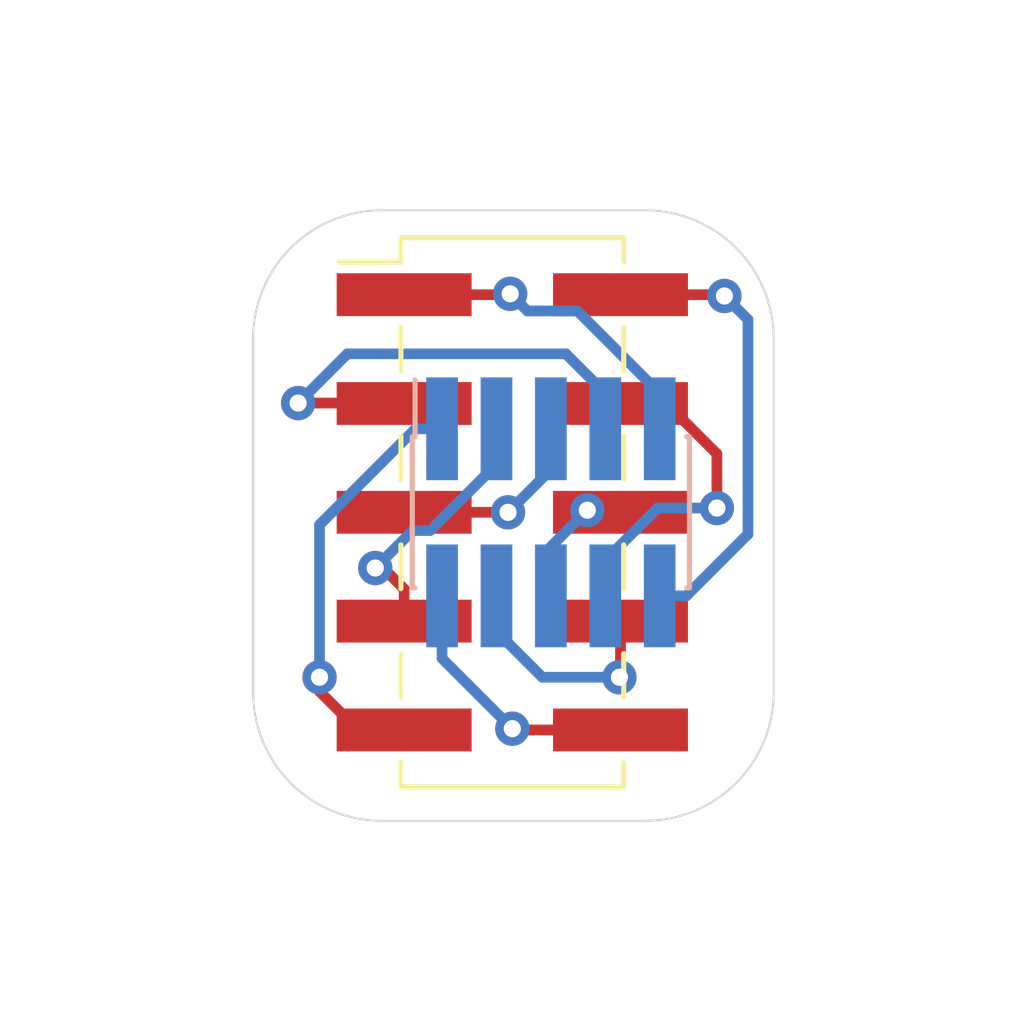
<source format=kicad_pcb>
(kicad_pcb (version 20171130) (host pcbnew "(5.1.4)-1")

  (general
    (thickness 1.6)
    (drawings 8)
    (tracks 67)
    (zones 0)
    (modules 2)
    (nets 11)
  )

  (page A4)
  (layers
    (0 F.Cu signal)
    (31 B.Cu signal)
    (32 B.Adhes user)
    (33 F.Adhes user)
    (34 B.Paste user)
    (35 F.Paste user)
    (36 B.SilkS user)
    (37 F.SilkS user)
    (38 B.Mask user)
    (39 F.Mask user)
    (40 Dwgs.User user)
    (41 Cmts.User user)
    (42 Eco1.User user)
    (43 Eco2.User user)
    (44 Edge.Cuts user)
    (45 Margin user)
    (46 B.CrtYd user)
    (47 F.CrtYd user)
    (48 B.Fab user)
    (49 F.Fab user)
  )

  (setup
    (last_trace_width 0.25)
    (trace_clearance 0.2)
    (zone_clearance 0.508)
    (zone_45_only no)
    (trace_min 0.2)
    (via_size 0.8)
    (via_drill 0.4)
    (via_min_size 0.4)
    (via_min_drill 0.3)
    (uvia_size 0.3)
    (uvia_drill 0.1)
    (uvias_allowed no)
    (uvia_min_size 0.2)
    (uvia_min_drill 0.1)
    (edge_width 0.05)
    (segment_width 0.2)
    (pcb_text_width 0.3)
    (pcb_text_size 1.5 1.5)
    (mod_edge_width 0.12)
    (mod_text_size 1 1)
    (mod_text_width 0.15)
    (pad_size 1.524 1.524)
    (pad_drill 0.762)
    (pad_to_mask_clearance 0.051)
    (solder_mask_min_width 0.25)
    (aux_axis_origin 0 0)
    (visible_elements 7FFFFFFF)
    (pcbplotparams
      (layerselection 0x010fc_ffffffff)
      (usegerberextensions false)
      (usegerberattributes false)
      (usegerberadvancedattributes false)
      (creategerberjobfile false)
      (excludeedgelayer true)
      (linewidth 0.100000)
      (plotframeref false)
      (viasonmask false)
      (mode 1)
      (useauxorigin false)
      (hpglpennumber 1)
      (hpglpenspeed 20)
      (hpglpendiameter 15.000000)
      (psnegative false)
      (psa4output false)
      (plotreference true)
      (plotvalue true)
      (plotinvisibletext false)
      (padsonsilk false)
      (subtractmaskfromsilk false)
      (outputformat 1)
      (mirror false)
      (drillshape 0)
      (scaleselection 1)
      (outputdirectory "Gerbers/"))
  )

  (net 0 "")
  (net 1 "Net-(J1-Pad10)")
  (net 2 "Net-(J1-Pad9)")
  (net 3 "Net-(J1-Pad8)")
  (net 4 "Net-(J1-Pad7)")
  (net 5 "Net-(J1-Pad6)")
  (net 6 "Net-(J1-Pad5)")
  (net 7 "Net-(J1-Pad4)")
  (net 8 "Net-(J1-Pad3)")
  (net 9 "Net-(J1-Pad2)")
  (net 10 "Net-(J1-Pad1)")

  (net_class Default "This is the default net class."
    (clearance 0.2)
    (trace_width 0.25)
    (via_dia 0.8)
    (via_drill 0.4)
    (uvia_dia 0.3)
    (uvia_drill 0.1)
    (add_net "Net-(J1-Pad1)")
    (add_net "Net-(J1-Pad10)")
    (add_net "Net-(J1-Pad2)")
    (add_net "Net-(J1-Pad3)")
    (add_net "Net-(J1-Pad4)")
    (add_net "Net-(J1-Pad5)")
    (add_net "Net-(J1-Pad6)")
    (add_net "Net-(J1-Pad7)")
    (add_net "Net-(J1-Pad8)")
    (add_net "Net-(J1-Pad9)")
  )

  (module Connector_PinHeader_2.54mm:PinHeader_2x05_P2.54mm_Vertical_SMD (layer F.Cu) (tedit 59FED5CC) (tstamp 5E8241A0)
    (at 113.6 84.6)
    (descr "surface-mounted straight pin header, 2x05, 2.54mm pitch, double rows")
    (tags "Surface mounted pin header SMD 2x05 2.54mm double row")
    (path /5E822A2C)
    (attr smd)
    (fp_text reference J2 (at 0 -7.41) (layer F.SilkS) hide
      (effects (font (size 1 1) (thickness 0.15)))
    )
    (fp_text value Conn_02x05_Counter_Clockwise (at 0 7.41) (layer F.Fab)
      (effects (font (size 1 1) (thickness 0.15)))
    )
    (fp_text user %R (at 0 0 90) (layer F.Fab)
      (effects (font (size 1 1) (thickness 0.15)))
    )
    (fp_line (start 5.9 -6.85) (end -5.9 -6.85) (layer F.CrtYd) (width 0.05))
    (fp_line (start 5.9 6.85) (end 5.9 -6.85) (layer F.CrtYd) (width 0.05))
    (fp_line (start -5.9 6.85) (end 5.9 6.85) (layer F.CrtYd) (width 0.05))
    (fp_line (start -5.9 -6.85) (end -5.9 6.85) (layer F.CrtYd) (width 0.05))
    (fp_line (start 2.6 3.3) (end 2.6 4.32) (layer F.SilkS) (width 0.12))
    (fp_line (start -2.6 3.3) (end -2.6 4.32) (layer F.SilkS) (width 0.12))
    (fp_line (start 2.6 0.76) (end 2.6 1.78) (layer F.SilkS) (width 0.12))
    (fp_line (start -2.6 0.76) (end -2.6 1.78) (layer F.SilkS) (width 0.12))
    (fp_line (start 2.6 -1.78) (end 2.6 -0.76) (layer F.SilkS) (width 0.12))
    (fp_line (start -2.6 -1.78) (end -2.6 -0.76) (layer F.SilkS) (width 0.12))
    (fp_line (start 2.6 -4.32) (end 2.6 -3.3) (layer F.SilkS) (width 0.12))
    (fp_line (start -2.6 -4.32) (end -2.6 -3.3) (layer F.SilkS) (width 0.12))
    (fp_line (start 2.6 5.84) (end 2.6 6.41) (layer F.SilkS) (width 0.12))
    (fp_line (start -2.6 5.84) (end -2.6 6.41) (layer F.SilkS) (width 0.12))
    (fp_line (start 2.6 -6.41) (end 2.6 -5.84) (layer F.SilkS) (width 0.12))
    (fp_line (start -2.6 -6.41) (end -2.6 -5.84) (layer F.SilkS) (width 0.12))
    (fp_line (start -4.04 -5.84) (end -2.6 -5.84) (layer F.SilkS) (width 0.12))
    (fp_line (start -2.6 6.41) (end 2.6 6.41) (layer F.SilkS) (width 0.12))
    (fp_line (start -2.6 -6.41) (end 2.6 -6.41) (layer F.SilkS) (width 0.12))
    (fp_line (start 3.6 5.4) (end 2.54 5.4) (layer F.Fab) (width 0.1))
    (fp_line (start 3.6 4.76) (end 3.6 5.4) (layer F.Fab) (width 0.1))
    (fp_line (start 2.54 4.76) (end 3.6 4.76) (layer F.Fab) (width 0.1))
    (fp_line (start -3.6 5.4) (end -2.54 5.4) (layer F.Fab) (width 0.1))
    (fp_line (start -3.6 4.76) (end -3.6 5.4) (layer F.Fab) (width 0.1))
    (fp_line (start -2.54 4.76) (end -3.6 4.76) (layer F.Fab) (width 0.1))
    (fp_line (start 3.6 2.86) (end 2.54 2.86) (layer F.Fab) (width 0.1))
    (fp_line (start 3.6 2.22) (end 3.6 2.86) (layer F.Fab) (width 0.1))
    (fp_line (start 2.54 2.22) (end 3.6 2.22) (layer F.Fab) (width 0.1))
    (fp_line (start -3.6 2.86) (end -2.54 2.86) (layer F.Fab) (width 0.1))
    (fp_line (start -3.6 2.22) (end -3.6 2.86) (layer F.Fab) (width 0.1))
    (fp_line (start -2.54 2.22) (end -3.6 2.22) (layer F.Fab) (width 0.1))
    (fp_line (start 3.6 0.32) (end 2.54 0.32) (layer F.Fab) (width 0.1))
    (fp_line (start 3.6 -0.32) (end 3.6 0.32) (layer F.Fab) (width 0.1))
    (fp_line (start 2.54 -0.32) (end 3.6 -0.32) (layer F.Fab) (width 0.1))
    (fp_line (start -3.6 0.32) (end -2.54 0.32) (layer F.Fab) (width 0.1))
    (fp_line (start -3.6 -0.32) (end -3.6 0.32) (layer F.Fab) (width 0.1))
    (fp_line (start -2.54 -0.32) (end -3.6 -0.32) (layer F.Fab) (width 0.1))
    (fp_line (start 3.6 -2.22) (end 2.54 -2.22) (layer F.Fab) (width 0.1))
    (fp_line (start 3.6 -2.86) (end 3.6 -2.22) (layer F.Fab) (width 0.1))
    (fp_line (start 2.54 -2.86) (end 3.6 -2.86) (layer F.Fab) (width 0.1))
    (fp_line (start -3.6 -2.22) (end -2.54 -2.22) (layer F.Fab) (width 0.1))
    (fp_line (start -3.6 -2.86) (end -3.6 -2.22) (layer F.Fab) (width 0.1))
    (fp_line (start -2.54 -2.86) (end -3.6 -2.86) (layer F.Fab) (width 0.1))
    (fp_line (start 3.6 -4.76) (end 2.54 -4.76) (layer F.Fab) (width 0.1))
    (fp_line (start 3.6 -5.4) (end 3.6 -4.76) (layer F.Fab) (width 0.1))
    (fp_line (start 2.54 -5.4) (end 3.6 -5.4) (layer F.Fab) (width 0.1))
    (fp_line (start -3.6 -4.76) (end -2.54 -4.76) (layer F.Fab) (width 0.1))
    (fp_line (start -3.6 -5.4) (end -3.6 -4.76) (layer F.Fab) (width 0.1))
    (fp_line (start -2.54 -5.4) (end -3.6 -5.4) (layer F.Fab) (width 0.1))
    (fp_line (start 2.54 -6.35) (end 2.54 6.35) (layer F.Fab) (width 0.1))
    (fp_line (start -2.54 -5.4) (end -1.59 -6.35) (layer F.Fab) (width 0.1))
    (fp_line (start -2.54 6.35) (end -2.54 -5.4) (layer F.Fab) (width 0.1))
    (fp_line (start -1.59 -6.35) (end 2.54 -6.35) (layer F.Fab) (width 0.1))
    (fp_line (start 2.54 6.35) (end -2.54 6.35) (layer F.Fab) (width 0.1))
    (pad 10 smd rect (at 2.525 5.08) (size 3.15 1) (layers F.Cu F.Paste F.Mask)
      (net 9 "Net-(J1-Pad2)"))
    (pad 9 smd rect (at -2.525 5.08) (size 3.15 1) (layers F.Cu F.Paste F.Mask)
      (net 10 "Net-(J1-Pad1)"))
    (pad 8 smd rect (at 2.525 2.54) (size 3.15 1) (layers F.Cu F.Paste F.Mask)
      (net 7 "Net-(J1-Pad4)"))
    (pad 7 smd rect (at -2.525 2.54) (size 3.15 1) (layers F.Cu F.Paste F.Mask)
      (net 8 "Net-(J1-Pad3)"))
    (pad 6 smd rect (at 2.525 0) (size 3.15 1) (layers F.Cu F.Paste F.Mask)
      (net 5 "Net-(J1-Pad6)"))
    (pad 5 smd rect (at -2.525 0) (size 3.15 1) (layers F.Cu F.Paste F.Mask)
      (net 6 "Net-(J1-Pad5)"))
    (pad 4 smd rect (at 2.525 -2.54) (size 3.15 1) (layers F.Cu F.Paste F.Mask)
      (net 3 "Net-(J1-Pad8)"))
    (pad 3 smd rect (at -2.525 -2.54) (size 3.15 1) (layers F.Cu F.Paste F.Mask)
      (net 4 "Net-(J1-Pad7)"))
    (pad 2 smd rect (at 2.525 -5.08) (size 3.15 1) (layers F.Cu F.Paste F.Mask)
      (net 1 "Net-(J1-Pad10)"))
    (pad 1 smd rect (at -2.525 -5.08) (size 3.15 1) (layers F.Cu F.Paste F.Mask)
      (net 2 "Net-(J1-Pad9)"))
    (model ${KISYS3DMOD}/Connector_PinHeader_2.54mm.3dshapes/PinHeader_2x05_P2.54mm_Vertical_SMD.wrl
      (at (xyz 0 0 0))
      (scale (xyz 1 1 1))
      (rotate (xyz 0 0 0))
    )
  )

  (module Connector_PinHeader_1.27mm:PinHeader_2x05_P1.27mm_Vertical_SMD (layer B.Cu) (tedit 59FED6E3) (tstamp 5E827DCA)
    (at 114.5 84.6 270)
    (descr "surface-mounted straight pin header, 2x05, 1.27mm pitch, double rows")
    (tags "Surface mounted pin header SMD 2x05 1.27mm double row")
    (path /5E823DB6)
    (attr smd)
    (fp_text reference J1 (at 0 4.235 270) (layer B.SilkS) hide
      (effects (font (size 1 1) (thickness 0.15)) (justify mirror))
    )
    (fp_text value Conn_02x05_Counter_Clockwise (at 0 -4.235 270) (layer B.Fab)
      (effects (font (size 1 1) (thickness 0.15)) (justify mirror))
    )
    (fp_text user %R (at 0 0) (layer B.Fab)
      (effects (font (size 1 1) (thickness 0.15)) (justify mirror))
    )
    (fp_line (start 4.3 3.7) (end -4.3 3.7) (layer B.CrtYd) (width 0.05))
    (fp_line (start 4.3 -3.7) (end 4.3 3.7) (layer B.CrtYd) (width 0.05))
    (fp_line (start -4.3 -3.7) (end 4.3 -3.7) (layer B.CrtYd) (width 0.05))
    (fp_line (start -4.3 3.7) (end -4.3 -3.7) (layer B.CrtYd) (width 0.05))
    (fp_line (start 1.765 -3.17) (end 1.765 -3.235) (layer B.SilkS) (width 0.12))
    (fp_line (start -1.765 -3.17) (end -1.765 -3.235) (layer B.SilkS) (width 0.12))
    (fp_line (start 1.765 3.235) (end 1.765 3.17) (layer B.SilkS) (width 0.12))
    (fp_line (start -1.765 3.235) (end -1.765 3.17) (layer B.SilkS) (width 0.12))
    (fp_line (start -3.09 3.17) (end -1.765 3.17) (layer B.SilkS) (width 0.12))
    (fp_line (start -1.765 -3.235) (end 1.765 -3.235) (layer B.SilkS) (width 0.12))
    (fp_line (start -1.765 3.235) (end 1.765 3.235) (layer B.SilkS) (width 0.12))
    (fp_line (start 2.75 -2.74) (end 1.705 -2.74) (layer B.Fab) (width 0.1))
    (fp_line (start 2.75 -2.34) (end 2.75 -2.74) (layer B.Fab) (width 0.1))
    (fp_line (start 1.705 -2.34) (end 2.75 -2.34) (layer B.Fab) (width 0.1))
    (fp_line (start -2.75 -2.74) (end -1.705 -2.74) (layer B.Fab) (width 0.1))
    (fp_line (start -2.75 -2.34) (end -2.75 -2.74) (layer B.Fab) (width 0.1))
    (fp_line (start -1.705 -2.34) (end -2.75 -2.34) (layer B.Fab) (width 0.1))
    (fp_line (start 2.75 -1.47) (end 1.705 -1.47) (layer B.Fab) (width 0.1))
    (fp_line (start 2.75 -1.07) (end 2.75 -1.47) (layer B.Fab) (width 0.1))
    (fp_line (start 1.705 -1.07) (end 2.75 -1.07) (layer B.Fab) (width 0.1))
    (fp_line (start -2.75 -1.47) (end -1.705 -1.47) (layer B.Fab) (width 0.1))
    (fp_line (start -2.75 -1.07) (end -2.75 -1.47) (layer B.Fab) (width 0.1))
    (fp_line (start -1.705 -1.07) (end -2.75 -1.07) (layer B.Fab) (width 0.1))
    (fp_line (start 2.75 -0.2) (end 1.705 -0.2) (layer B.Fab) (width 0.1))
    (fp_line (start 2.75 0.2) (end 2.75 -0.2) (layer B.Fab) (width 0.1))
    (fp_line (start 1.705 0.2) (end 2.75 0.2) (layer B.Fab) (width 0.1))
    (fp_line (start -2.75 -0.2) (end -1.705 -0.2) (layer B.Fab) (width 0.1))
    (fp_line (start -2.75 0.2) (end -2.75 -0.2) (layer B.Fab) (width 0.1))
    (fp_line (start -1.705 0.2) (end -2.75 0.2) (layer B.Fab) (width 0.1))
    (fp_line (start 2.75 1.07) (end 1.705 1.07) (layer B.Fab) (width 0.1))
    (fp_line (start 2.75 1.47) (end 2.75 1.07) (layer B.Fab) (width 0.1))
    (fp_line (start 1.705 1.47) (end 2.75 1.47) (layer B.Fab) (width 0.1))
    (fp_line (start -2.75 1.07) (end -1.705 1.07) (layer B.Fab) (width 0.1))
    (fp_line (start -2.75 1.47) (end -2.75 1.07) (layer B.Fab) (width 0.1))
    (fp_line (start -1.705 1.47) (end -2.75 1.47) (layer B.Fab) (width 0.1))
    (fp_line (start 2.75 2.34) (end 1.705 2.34) (layer B.Fab) (width 0.1))
    (fp_line (start 2.75 2.74) (end 2.75 2.34) (layer B.Fab) (width 0.1))
    (fp_line (start 1.705 2.74) (end 2.75 2.74) (layer B.Fab) (width 0.1))
    (fp_line (start -2.75 2.34) (end -1.705 2.34) (layer B.Fab) (width 0.1))
    (fp_line (start -2.75 2.74) (end -2.75 2.34) (layer B.Fab) (width 0.1))
    (fp_line (start -1.705 2.74) (end -2.75 2.74) (layer B.Fab) (width 0.1))
    (fp_line (start 1.705 3.175) (end 1.705 -3.175) (layer B.Fab) (width 0.1))
    (fp_line (start -1.705 2.74) (end -1.27 3.175) (layer B.Fab) (width 0.1))
    (fp_line (start -1.705 -3.175) (end -1.705 2.74) (layer B.Fab) (width 0.1))
    (fp_line (start -1.27 3.175) (end 1.705 3.175) (layer B.Fab) (width 0.1))
    (fp_line (start 1.705 -3.175) (end -1.705 -3.175) (layer B.Fab) (width 0.1))
    (pad 10 smd rect (at 1.95 -2.54 270) (size 2.4 0.74) (layers B.Cu B.Paste B.Mask)
      (net 1 "Net-(J1-Pad10)"))
    (pad 9 smd rect (at -1.95 -2.54 270) (size 2.4 0.74) (layers B.Cu B.Paste B.Mask)
      (net 2 "Net-(J1-Pad9)"))
    (pad 8 smd rect (at 1.95 -1.27 270) (size 2.4 0.74) (layers B.Cu B.Paste B.Mask)
      (net 3 "Net-(J1-Pad8)"))
    (pad 7 smd rect (at -1.95 -1.27 270) (size 2.4 0.74) (layers B.Cu B.Paste B.Mask)
      (net 4 "Net-(J1-Pad7)"))
    (pad 6 smd rect (at 1.95 0 270) (size 2.4 0.74) (layers B.Cu B.Paste B.Mask)
      (net 5 "Net-(J1-Pad6)"))
    (pad 5 smd rect (at -1.95 0 270) (size 2.4 0.74) (layers B.Cu B.Paste B.Mask)
      (net 6 "Net-(J1-Pad5)"))
    (pad 4 smd rect (at 1.95 1.27 270) (size 2.4 0.74) (layers B.Cu B.Paste B.Mask)
      (net 7 "Net-(J1-Pad4)"))
    (pad 3 smd rect (at -1.95 1.27 270) (size 2.4 0.74) (layers B.Cu B.Paste B.Mask)
      (net 8 "Net-(J1-Pad3)"))
    (pad 2 smd rect (at 1.95 2.54 270) (size 2.4 0.74) (layers B.Cu B.Paste B.Mask)
      (net 9 "Net-(J1-Pad2)"))
    (pad 1 smd rect (at -1.95 2.54 270) (size 2.4 0.74) (layers B.Cu B.Paste B.Mask)
      (net 10 "Net-(J1-Pad1)"))
    (model ${KISYS3DMOD}/Connector_PinHeader_1.27mm.3dshapes/PinHeader_2x05_P1.27mm_Vertical_SMD.wrl
      (at (xyz 0 0 0))
      (scale (xyz 1 1 1))
      (rotate (xyz 0 0 0))
    )
  )

  (gr_arc (start 110.55 88.8) (end 110.55 91.8) (angle 90) (layer Edge.Cuts) (width 0.05) (tstamp 5E8249D1))
  (gr_arc (start 110.55 80.55) (end 107.55 80.55) (angle 90) (layer Edge.Cuts) (width 0.05) (tstamp 5E8249D1))
  (gr_arc (start 116.7 80.55) (end 116.7 77.55) (angle 90) (layer Edge.Cuts) (width 0.05) (tstamp 5E8249D1))
  (gr_arc (start 116.7 88.8) (end 119.7 88.8) (angle 90) (layer Edge.Cuts) (width 0.05))
  (gr_line (start 107.55 88.8) (end 107.55 80.55) (layer Edge.Cuts) (width 0.05) (tstamp 5E8249BD))
  (gr_line (start 110.55 77.55) (end 116.7 77.55) (layer Edge.Cuts) (width 0.05) (tstamp 5E8249BC))
  (gr_line (start 116.7 91.8) (end 110.55 91.8) (layer Edge.Cuts) (width 0.05))
  (gr_line (start 119.7 80.55) (end 119.7 88.8) (layer Edge.Cuts) (width 0.05) (tstamp 5E8249A1))

  (via (at 118.55 79.55) (size 0.8) (drill 0.4) (layers F.Cu B.Cu) (net 1))
  (segment (start 118.52 79.52) (end 118.55 79.55) (width 0.25) (layer F.Cu) (net 1))
  (segment (start 116.125 79.52) (end 118.52 79.52) (width 0.25) (layer F.Cu) (net 1))
  (segment (start 119.1 85.11) (end 117.66 86.55) (width 0.25) (layer B.Cu) (net 1))
  (segment (start 119.1 80.1) (end 119.1 85.11) (width 0.25) (layer B.Cu) (net 1))
  (segment (start 118.55 79.55) (end 119.1 80.1) (width 0.25) (layer B.Cu) (net 1))
  (segment (start 117.66 86.55) (end 117.04 86.55) (width 0.25) (layer B.Cu) (net 1))
  (via (at 113.55 79.5) (size 0.8) (drill 0.4) (layers F.Cu B.Cu) (net 2))
  (segment (start 111.055 79.5) (end 111.075 79.52) (width 0.25) (layer F.Cu) (net 2))
  (segment (start 113.53 79.52) (end 113.55 79.5) (width 0.25) (layer F.Cu) (net 2))
  (segment (start 111.075 79.52) (end 113.53 79.52) (width 0.25) (layer F.Cu) (net 2))
  (segment (start 117.04 81.82) (end 117.04 82.65) (width 0.25) (layer B.Cu) (net 2))
  (segment (start 115.119999 79.899999) (end 117.04 81.82) (width 0.25) (layer B.Cu) (net 2))
  (segment (start 113.949999 79.899999) (end 115.119999 79.899999) (width 0.25) (layer B.Cu) (net 2))
  (segment (start 113.55 79.5) (end 113.949999 79.899999) (width 0.25) (layer B.Cu) (net 2))
  (via (at 118.37499 84.5) (size 0.8) (drill 0.4) (layers F.Cu B.Cu) (net 3))
  (segment (start 115.77 86.55) (end 115.77 85.72) (width 0.25) (layer B.Cu) (net 3))
  (segment (start 115.77 85.72) (end 116.99 84.5) (width 0.25) (layer B.Cu) (net 3))
  (segment (start 118.37499 83.23499) (end 118.37499 83.934315) (width 0.25) (layer F.Cu) (net 3))
  (segment (start 118.37499 83.934315) (end 118.37499 84.5) (width 0.25) (layer F.Cu) (net 3))
  (segment (start 117.2 82.06) (end 118.37499 83.23499) (width 0.25) (layer F.Cu) (net 3))
  (segment (start 117.809305 84.5) (end 118.37499 84.5) (width 0.25) (layer B.Cu) (net 3))
  (segment (start 116.125 82.06) (end 117.2 82.06) (width 0.25) (layer F.Cu) (net 3))
  (segment (start 116.99 84.5) (end 117.809305 84.5) (width 0.25) (layer B.Cu) (net 3))
  (via (at 108.6 82.05) (size 0.8) (drill 0.4) (layers F.Cu B.Cu) (net 4))
  (segment (start 111.065 82.05) (end 111.075 82.06) (width 0.25) (layer F.Cu) (net 4))
  (segment (start 108.6 82.05) (end 111.065 82.05) (width 0.25) (layer F.Cu) (net 4))
  (segment (start 115.77 81.82) (end 115.77 82.65) (width 0.25) (layer B.Cu) (net 4))
  (segment (start 114.85 80.9) (end 115.77 81.82) (width 0.25) (layer B.Cu) (net 4))
  (segment (start 109.75 80.9) (end 114.85 80.9) (width 0.25) (layer B.Cu) (net 4))
  (segment (start 108.6 82.05) (end 109.75 80.9) (width 0.25) (layer B.Cu) (net 4))
  (via (at 115.35 84.55) (size 0.8) (drill 0.4) (layers F.Cu B.Cu) (net 5))
  (segment (start 116.125 84.6) (end 116.1249 84.6) (width 0.25) (layer F.Cu) (net 5))
  (segment (start 114.5 86.55) (end 114.5 85.72) (width 0.25) (layer B.Cu) (net 5))
  (segment (start 114.5 85.4) (end 114.5 86.55) (width 0.25) (layer B.Cu) (net 5))
  (segment (start 115.35 84.55) (end 114.5 85.4) (width 0.25) (layer B.Cu) (net 5))
  (via (at 113.5 84.6) (size 0.8) (drill 0.4) (layers F.Cu B.Cu) (net 6))
  (segment (start 111.075 84.6) (end 113.5 84.6) (width 0.25) (layer F.Cu) (net 6))
  (segment (start 114.5 83.6) (end 114.5 82.65) (width 0.25) (layer B.Cu) (net 6))
  (segment (start 113.5 84.6) (end 114.5 83.6) (width 0.25) (layer B.Cu) (net 6))
  (via (at 116.1 88.45) (size 0.8) (drill 0.4) (layers F.Cu B.Cu) (net 7))
  (segment (start 116.125 88.425) (end 116.1 88.45) (width 0.25) (layer F.Cu) (net 7))
  (segment (start 116.125 87.14) (end 116.125 88.425) (width 0.25) (layer F.Cu) (net 7))
  (segment (start 113.23 87.38) (end 113.23 86.55) (width 0.25) (layer B.Cu) (net 7))
  (segment (start 114.3 88.45) (end 113.23 87.38) (width 0.25) (layer B.Cu) (net 7))
  (segment (start 116.1 88.45) (end 114.3 88.45) (width 0.25) (layer B.Cu) (net 7))
  (via (at 110.4 85.9) (size 0.8) (drill 0.4) (layers F.Cu B.Cu) (net 8))
  (segment (start 111.075 87.14) (end 111.075 86.39) (width 0.25) (layer F.Cu) (net 8))
  (segment (start 111.075 86.39) (end 110.585 85.9) (width 0.25) (layer F.Cu) (net 8))
  (segment (start 111.275001 85.024999) (end 110.799999 85.500001) (width 0.25) (layer B.Cu) (net 8))
  (segment (start 110.799999 85.500001) (end 110.4 85.9) (width 0.25) (layer B.Cu) (net 8))
  (segment (start 111.685001 85.024999) (end 111.275001 85.024999) (width 0.25) (layer B.Cu) (net 8))
  (segment (start 113.23 83.48) (end 111.685001 85.024999) (width 0.25) (layer B.Cu) (net 8))
  (segment (start 113.23 82.65) (end 113.23 83.48) (width 0.25) (layer B.Cu) (net 8))
  (segment (start 110.585 85.9) (end 110.4 85.9) (width 0.25) (layer F.Cu) (net 8))
  (via (at 113.6 89.65) (size 0.8) (drill 0.4) (layers F.Cu B.Cu) (net 9))
  (segment (start 113.63 89.68) (end 113.6 89.65) (width 0.25) (layer F.Cu) (net 9))
  (segment (start 116.125 89.68) (end 113.63 89.68) (width 0.25) (layer F.Cu) (net 9))
  (segment (start 111.96 88.01) (end 111.96 86.55) (width 0.25) (layer B.Cu) (net 9))
  (segment (start 113.6 89.65) (end 111.96 88.01) (width 0.25) (layer B.Cu) (net 9))
  (via (at 109.100002 88.45) (size 0.8) (drill 0.4) (layers F.Cu B.Cu) (net 10))
  (segment (start 111.075 89.68) (end 110 89.68) (width 0.25) (layer F.Cu) (net 10))
  (segment (start 109.100002 88.780002) (end 109.100002 88.45) (width 0.25) (layer F.Cu) (net 10))
  (segment (start 110 89.68) (end 109.100002 88.780002) (width 0.25) (layer F.Cu) (net 10))
  (segment (start 111.34 82.65) (end 111.96 82.65) (width 0.25) (layer B.Cu) (net 10))
  (segment (start 109.100002 84.889998) (end 111.34 82.65) (width 0.25) (layer B.Cu) (net 10))
  (segment (start 109.100002 88.45) (end 109.100002 84.889998) (width 0.25) (layer B.Cu) (net 10))

)

</source>
